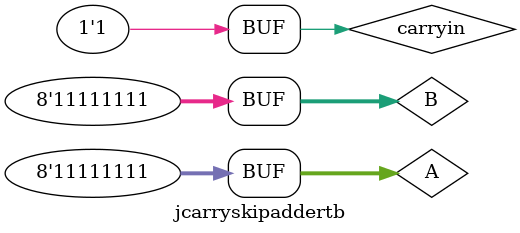
<source format=v>
module jcarryskipaddertb;
  wire [7:0]Y;
  wire carryout;
  reg [7:0]A,B;
  reg carryin;
  jcarryskipadder jcsa(Y,carryout,A,B,carryin);
  initial
  begin
    $display("RSLT\tA\tB\tCYIN\t\tCYOUT\tSUM");
    
    //A = 4'b0101; B = 4'b1101; carryin = 0; #50; // Set inputs and add delay
    A = 0; B = 0; carryin = 0; #50; // Set inputs and add delay
    A = 3; B = 2; carryin = 1; #50; // Set inputs and add delay
    A = 7; B = 10; carryin = 0; #50; // Set inputs and add delay
    A = 15; B = 15; carryin = 1; #50; // Set inputs and add delay
    A = 255; B = 55; carryin = 0; #50; // Set inputs and add delay
    A = 255; B = 255; carryin = 1; #50; // Set inputs and add delay
    /*
    //if ( (carryout == 1 ) && (Y === 4'b0010) )
    if ( (carryout == 1 ) && (Y === 2) )
      $display("PASS\t%p\t%p\t%d\t=\t%d\p%p",A,B,carryin,carryout,Y);
    else
      $display("FAIL\t%p\t%p\t%d\t=\t%d\t%p",A,B,carryin,carryout,Y);
    */
  end
endmodule


</source>
